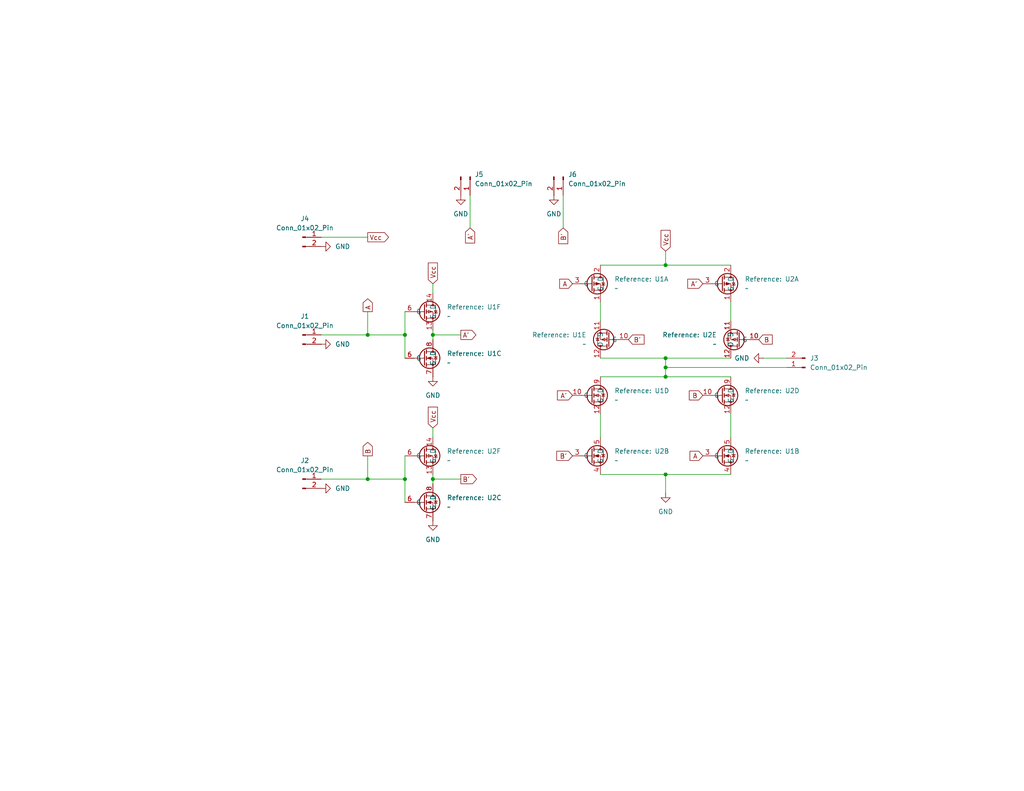
<source format=kicad_sch>
(kicad_sch (version 20250114) (generator "eeschema") (generator_version "9.0")
  (paper "USLetter")
  (title_block (title "XOR Gate Constructed with 12 MOSFETs Using 2 CD4007 ICs") (date "2025-12-30") (rev "1.0") (company "McMaster University ECE") (comment 1 "Yaohui Cai") (comment 2 "cai6@mcmaster.ca") (comment 3 "400365086"))
  (lib_symbols
    (symbol "Connector:Conn_01x02_Pin" (pin_names (offset 1.016) (hide yes))
      (property "Reference" "J" (at 0 2.54 0))
      (property "Value" "Conn_01x02_Pin" (at 0 -5.08 0))
      (symbol "Conn_01x02_Pin_1_1"
        (rectangle (start 0.8636 0.127) (end 0 -0.127) (stroke (width 0.1524)) (fill (type outline)))
        (rectangle (start 0.8636 -2.413) (end 0 -2.667) (stroke (width 0.1524)) (fill (type outline)))
        (polyline (pts (xy 1.27 0) (xy 0.8636 0)) (stroke (width 0.1524)))
        (polyline (pts (xy 1.27 -2.54) (xy 0.8636 -2.54)) (stroke (width 0.1524)))
        (pin passive line (at 5.08 0 180) (length 3.81) (name "Pin_1") (number "1"))
        (pin passive line (at 5.08 -2.54 180) (length 3.81) (name "Pin_2") (number "2"))
      )
    )
    (symbol "Transistor_FET:CD4007"
      (property "Reference" "U" (at 0.762 4.826 0) (show_name))
      (symbol "CD4007_1_1"
        (polyline (pts (xy -2.54 -8.89) (xy 0 -8.89) (xy 0 -7.112)))
        (circle (center -1.778 -8.89) (radius 0.254) (fill (type outline)))
        (polyline (pts (xy -1.27 -7.112) (xy -2.286 -7.112)) (stroke (width 0.254)))
        (polyline (pts (xy -0.508 -9.144) (xy -0.381 -9.271) (xy -0.381 -10.033) (xy -0.254 -10.16)))
        (polyline (pts (xy -0.381 -9.652) (xy 0.254 -9.271) (xy 0.254 -10.033) (xy -0.381 -9.652)))
        (polyline (pts (xy 0 -6.604) (xy 0 -3.81)))
        (circle (center 0 -8.001) (radius 2.794) (stroke (width 0.254)))
        (polyline (pts (xy 0 -8.636) (xy 0.381 -7.62) (xy -0.381 -7.62) (xy 0 -8.636)) (fill (type outline)))
        (polyline (pts (xy 0.508 -7.112) (xy -0.508 -7.112)) (stroke (width 0.254)))
        (polyline (pts (xy 1.778 -7.112) (xy 1.778 -9.652) (xy -1.778 -9.652) (xy -1.778 -7.112)))
        (circle (center 1.778 -8.89) (radius 0.254) (fill (type outline)))
        (polyline (pts (xy 1.905 -6.604) (xy -1.905 -6.604)) (stroke (width 0.254)))
        (polyline (pts (xy 2.286 -7.112) (xy 1.27 -7.112)) (stroke (width 0.254)))
        (polyline (pts (xy 2.54 -8.89) (xy 1.778 -8.89)))
        (pin passive line (at -5.08 -8.89 0) (length 2.54) (name "S") (number "1"))
        (pin input line (at 0 -1.27 270) (length 2.54) (name "G") (number "3"))
        (pin passive line (at 5.08 -8.89 180) (length 2.54) (name "D") (number "2"))
      )
      (symbol "CD4007_2_1"
        (polyline (pts (xy -1.905 -10.795) (xy 0.635 -10.795) (xy 0.635 -9.017)))
        (polyline (pts (xy -1.143 -9.017) (xy -1.143 -11.557) (xy 2.413 -11.557) (xy 2.413 -9.017)))
        (circle (center -1.143 -10.795) (radius 0.254) (fill (type outline)))
        (polyline (pts (xy -0.635 -9.017) (xy -1.651 -9.017)) (stroke (width 0.254)))
        (polyline (pts (xy 0.635 -8.509) (xy 0.635 -5.715)))
        (polyline (pts (xy 0.635 -9.271) (xy 1.016 -10.287) (xy 0.254 -10.287) (xy 0.635 -9.271)) (fill (type outline)))
        (circle (center 0.635 -9.906) (radius 2.794) (stroke (width 0.254)))
        (polyline (pts (xy 1.016 -11.557) (xy 0.381 -11.176) (xy 0.381 -11.938) (xy 1.016 -11.557)))
        (polyline (pts (xy 1.143 -9.017) (xy 0.127 -9.017)) (stroke (width 0.254)))
        (polyline (pts (xy 1.143 -11.049) (xy 1.016 -11.176) (xy 1.016 -11.938) (xy 0.889 -12.065)))
        (circle (center 2.413 -10.795) (radius 0.254) (fill (type outline)))
        (polyline (pts (xy 2.54 -8.509) (xy -1.27 -8.509)) (stroke (width 0.254)))
        (polyline (pts (xy 2.921 -9.017) (xy 1.905 -9.017)) (stroke (width 0.254)))
        (polyline (pts (xy 3.175 -10.795) (xy 2.413 -10.795)))
        (pin passive line (at -4.445 -10.795 0) (length 2.54) (name "S") (number "4"))
        (pin input line (at 0.635 -3.175 270) (length 2.54) (name "G") (number "3"))
        (pin passive line (at 5.715 -10.795 180) (length 2.54) (name "D") (number "5"))
      )
      (symbol "CD4007_3_1"
        (polyline (pts (xy 14.224 -12.065) (xy 14.224 -15.875)) (stroke (width 0.254)))
        (polyline (pts (xy 14.224 -13.97) (xy 11.43 -13.97)))
        (polyline (pts (xy 14.732 -11.684) (xy 14.732 -12.7)) (stroke (width 0.254)))
        (polyline (pts (xy 14.732 -13.462) (xy 14.732 -14.478)) (stroke (width 0.254)))
        (polyline (pts (xy 14.732 -15.24) (xy 14.732 -16.256)) (stroke (width 0.254)))
        (polyline (pts (xy 14.732 -15.748) (xy 17.272 -15.748) (xy 17.272 -12.192) (xy 14.732 -12.192)))
        (polyline (pts (xy 14.986 -13.97) (xy 16.002 -13.589) (xy 16.002 -14.351) (xy 14.986 -13.97)) (fill (type outline)))
        (circle (center 15.621 -13.97) (radius 2.794) (stroke (width 0.254)))
        (polyline (pts (xy 16.51 -11.43) (xy 16.51 -12.192)))
        (circle (center 16.51 -12.192) (radius 0.254) (fill (type outline)))
        (circle (center 16.51 -15.748) (radius 0.254) (fill (type outline)))
        (polyline (pts (xy 16.51 -16.51) (xy 16.51 -13.97) (xy 14.732 -13.97)))
        (polyline (pts (xy 16.764 -13.462) (xy 16.891 -13.589) (xy 17.653 -13.589) (xy 17.78 -13.716)))
        (polyline (pts (xy 17.272 -13.589) (xy 16.891 -14.224) (xy 17.653 -14.224) (xy 17.272 -13.589)))
        (pin input line (at 8.89 -13.97 0) (length 2.54) (name "G") (number "6"))
        (pin passive line (at 16.51 -8.89 270) (length 2.54) (name "D") (number "8"))
        (pin passive line (at 16.51 -19.05 90) (length 2.54) (name "S") (number "7"))
      )
      (symbol "CD4007_4_1"
        (polyline (pts (xy -1.27 -12.7) (xy 1.27 -12.7) (xy 1.27 -10.922)))
        (polyline (pts (xy -0.508 -10.922) (xy -0.508 -13.462) (xy 3.048 -13.462) (xy 3.048 -10.922)))
        (circle (center -0.508 -12.7) (radius 0.254))
        (polyline (pts (xy 0 -10.922) (xy -1.016 -10.922)) (stroke (width 0.254)))
        (polyline (pts (xy 1.27 -10.414) (xy 1.27 -7.62)))
        (polyline (pts (xy 1.27 -11.176) (xy 1.651 -12.192) (xy 0.889 -12.192) (xy 1.27 -11.176)))
        (circle (center 1.27 -11.811) (radius 2.794) (stroke (width 0.254)))
        (polyline (pts (xy 1.651 -13.462) (xy 1.016 -13.081) (xy 1.016 -13.843) (xy 1.651 -13.462)))
        (polyline (pts (xy 1.778 -10.922) (xy 0.762 -10.922)) (stroke (width 0.254)))
        (polyline (pts (xy 1.778 -12.954) (xy 1.651 -13.081) (xy 1.651 -13.843) (xy 1.524 -13.97)))
        (circle (center 3.048 -12.7) (radius 0.254))
        (polyline (pts (xy 3.175 -10.414) (xy -0.635 -10.414)) (stroke (width 0.254)))
        (polyline (pts (xy 3.556 -10.922) (xy 2.54 -10.922)) (stroke (width 0.254)))
        (polyline (pts (xy 3.81 -12.7) (xy 3.048 -12.7)))
        (pin passive line (at -3.81 -12.7 0) (length 2.54) (name "S") (number "12"))
        (pin input line (at 1.27 -5.08 270) (length 2.54) (name "G") (number "10"))
        (pin passive line (at 6.35 -12.7 180) (length 2.54) (name "D") (number "9"))
      )
      (symbol "CD4007_5_1"
        (polyline (pts (xy -21.59 -8.89) (xy -20.828 -8.89)))
        (polyline (pts (xy -21.336 -10.668) (xy -20.32 -10.668)) (stroke (width 0.254)))
        (polyline (pts (xy -20.955 -11.176) (xy -17.145 -11.176)) (stroke (width 0.254)))
        (circle (center -20.828 -8.89) (radius 0.254))
        (polyline (pts (xy -20.828 -10.668) (xy -20.828 -8.128) (xy -17.272 -8.128) (xy -17.272 -10.668)))
        (polyline (pts (xy -19.558 -10.668) (xy -18.542 -10.668)) (stroke (width 0.254)))
        (polyline (pts (xy -19.05 -9.144) (xy -19.431 -10.16) (xy -18.669 -10.16) (xy -19.05 -9.144)))
        (circle (center -19.05 -9.779) (radius 2.794) (stroke (width 0.254)))
        (polyline (pts (xy -19.05 -11.176) (xy -19.05 -13.97)))
        (polyline (pts (xy -18.669 -8.128) (xy -19.304 -8.509) (xy -19.304 -7.747) (xy -18.669 -8.128)))
        (polyline (pts (xy -18.542 -8.636) (xy -18.669 -8.509) (xy -18.669 -7.747) (xy -18.796 -7.62)))
        (polyline (pts (xy -17.78 -10.668) (xy -16.764 -10.668)) (stroke (width 0.254)))
        (circle (center -17.272 -8.89) (radius 0.254))
        (polyline (pts (xy -16.51 -8.89) (xy -19.05 -8.89) (xy -19.05 -10.668)))
        (pin passive line (at -24.13 -8.89 0) (length 2.54) (name "D") (number "12"))
        (pin input line (at -19.05 -16.51 90) (length 2.54) (name "G") (number "10"))
        (pin passive line (at -13.97 -8.89 180) (length 2.54) (name "S") (number "11"))
      )
      (symbol "CD4007_6_1"
        (polyline (pts (xy -36.83 -6.35) (xy -36.068 -6.35)))
        (polyline (pts (xy -36.576 -8.128) (xy -35.56 -8.128)) (stroke (width 0.254)))
        (polyline (pts (xy -36.195 -8.636) (xy -32.385 -8.636)) (stroke (width 0.254)))
        (circle (center -36.068 -6.35) (radius 0.254))
        (polyline (pts (xy -36.068 -8.128) (xy -36.068 -5.588) (xy -32.512 -5.588) (xy -32.512 -8.128)))
        (polyline (pts (xy -34.798 -8.128) (xy -33.782 -8.128)) (stroke (width 0.254)))
        (polyline (pts (xy -34.29 -6.604) (xy -34.671 -7.62) (xy -33.909 -7.62) (xy -34.29 -6.604)))
        (circle (center -34.29 -7.239) (radius 2.794) (stroke (width 0.254)))
        (polyline (pts (xy -34.29 -8.636) (xy -34.29 -11.43)))
        (polyline (pts (xy -33.909 -5.588) (xy -34.544 -5.969) (xy -34.544 -5.207) (xy -33.909 -5.588)))
        (polyline (pts (xy -33.782 -6.096) (xy -33.909 -5.969) (xy -33.909 -5.207) (xy -34.036 -5.08)))
        (polyline (pts (xy -33.02 -8.128) (xy -32.004 -8.128)) (stroke (width 0.254)))
        (circle (center -32.512 -6.35) (radius 0.254))
        (polyline (pts (xy -31.75 -6.35) (xy -34.29 -6.35) (xy -34.29 -8.128)))
        (pin passive line (at -39.37 -6.35 0) (length 2.54) (name "D") (number "14"))
        (pin input line (at -34.29 -13.97 90) (length 2.54) (name "G") (number "6"))
        (pin passive line (at -29.21 -6.35 180) (length 2.54) (name "S") (number "13"))
      )
    )
    (symbol "power:GND" (power) (pin_numbers (hide yes)) (pin_names (offset 0) (hide yes))
      (property "Value" "GND" (at 0 -3.81 0))
      (symbol "GND_0_1"
        (polyline (pts (xy 0 0) (xy 0 -1.27) (xy 1.27 -1.27) (xy 0 -2.54) (xy -1.27 -1.27) (xy 0 -1.27)))
      )
      (symbol "GND_1_1"
        (pin power_in line (at 0 0 270) (length 0) (name "~") (number "1"))
      )
    )
  )
  (junction (at 100.33 91.44))
  (junction (at 181.61 102.87))
  (junction (at 181.61 100.33))
  (junction (at 181.61 129.54))
  (junction (at 100.33 130.81))
  (junction (at 110.49 91.44))
  (junction (at 118.11 91.44))
  (junction (at 118.11 130.81))
  (junction (at 181.61 72.39))
  (junction (at 110.49 130.81))
  (junction (at 181.61 97.79))
  (wire (pts (xy 100.33 85.09) (xy 100.33 91.44)))
  (wire (pts (xy 118.11 90.17) (xy 118.11 91.44)))
  (wire (pts (xy 118.11 129.54) (xy 118.11 130.81)))
  (wire (pts (xy 181.61 129.54) (xy 199.39 129.54)))
  (wire (pts (xy 181.61 100.33) (xy 181.61 102.87)))
  (wire (pts (xy 125.73 130.81) (xy 118.11 130.81)))
  (wire (pts (xy 153.67 53.34) (xy 153.67 62.23)))
  (wire (pts (xy 87.63 91.44) (xy 100.33 91.44)))
  (wire (pts (xy 163.83 129.54) (xy 181.61 129.54)))
  (wire (pts (xy 118.11 130.81) (xy 118.11 132.08)))
  (wire (pts (xy 181.61 129.54) (xy 181.61 134.62)))
  (wire (pts (xy 118.11 116.84) (xy 118.11 119.38)))
  (wire (pts (xy 118.11 91.44) (xy 125.73 91.44)))
  (wire (pts (xy 181.61 102.87) (xy 199.39 102.87)))
  (wire (pts (xy 100.33 130.81) (xy 110.49 130.81)))
  (wire (pts (xy 208.28 97.79) (xy 214.63 97.79)))
  (wire (pts (xy 181.61 97.79) (xy 181.61 100.33)))
  (wire (pts (xy 163.83 97.79) (xy 181.61 97.79)))
  (wire (pts (xy 118.11 91.44) (xy 118.11 92.71)))
  (wire (pts (xy 110.49 130.81) (xy 110.49 137.16)))
  (wire (pts (xy 100.33 91.44) (xy 110.49 91.44)))
  (wire (pts (xy 110.49 85.09) (xy 110.49 91.44)))
  (wire (pts (xy 181.61 97.79) (xy 199.39 97.79)))
  (wire (pts (xy 87.63 64.77) (xy 100.33 64.77)))
  (wire (pts (xy 118.11 77.47) (xy 118.11 80.01)))
  (wire (pts (xy 199.39 113.03) (xy 199.39 119.38)))
  (wire (pts (xy 181.61 68.58) (xy 181.61 72.39)))
  (wire (pts (xy 110.49 124.46) (xy 110.49 130.81)))
  (wire (pts (xy 181.61 100.33) (xy 214.63 100.33)))
  (wire (pts (xy 163.83 82.55) (xy 163.83 87.63)))
  (wire (pts (xy 163.83 72.39) (xy 181.61 72.39)))
  (wire (pts (xy 128.27 53.34) (xy 128.27 62.23)))
  (wire (pts (xy 163.83 102.87) (xy 181.61 102.87)))
  (wire (pts (xy 181.61 72.39) (xy 199.39 72.39)))
  (wire (pts (xy 110.49 91.44) (xy 110.49 97.79)))
  (wire (pts (xy 163.83 113.03) (xy 163.83 119.38)))
  (wire (pts (xy 87.63 130.81) (xy 100.33 130.81)))
  (wire (pts (xy 199.39 82.55) (xy 199.39 87.63)))
  (wire (pts (xy 100.33 124.46) (xy 100.33 130.81)))
  (global_label "Vcc" (shape output) (at 100.33 64.77 0) (property "Intersheetrefs" "${INTERSHEET_REFS}" (effects (hide yes))))
  (global_label "A" (shape output) (at 100.33 85.09 90) (property "Intersheetrefs" "${INTERSHEET_REFS}" (effects (hide yes))))
  (global_label "B" (shape output) (at 100.33 124.46 90) (property "Intersheetrefs" "${INTERSHEET_REFS}" (effects (hide yes))))
  (global_label "B" (shape input) (at 191.77 107.95 180) (property "Intersheetrefs" "${INTERSHEET_REFS}" (effects (hide yes))))
  (global_label "A'" (shape input) (at 156.21 107.95 180) (property "Intersheetrefs" "${INTERSHEET_REFS}" (effects (hide yes))))
  (global_label "Vcc" (shape input) (at 118.11 116.84 90) (property "Intersheetrefs" "${INTERSHEET_REFS}" (effects (hide yes))))
  (global_label "B'" (shape output) (at 125.73 130.81 0) (property "Intersheetrefs" "${INTERSHEET_REFS}" (effects (hide yes))))
  (global_label "A" (shape input) (at 191.77 124.46 180) (property "Intersheetrefs" "${INTERSHEET_REFS}" (effects (hide yes))))
  (global_label "A'" (shape output) (at 125.73 91.44 0) (property "Intersheetrefs" "${INTERSHEET_REFS}" (effects (hide yes))))
  (global_label "A'" (shape input) (at 191.77 77.47 180) (property "Intersheetrefs" "${INTERSHEET_REFS}" (effects (hide yes))))
  (global_label "B'" (shape input) (at 153.67 62.23 270) (property "Intersheetrefs" "${INTERSHEET_REFS}" (effects (hide yes))))
  (global_label "A" (shape input) (at 156.21 77.47 180) (property "Intersheetrefs" "${INTERSHEET_REFS}" (effects (hide yes))))
  (global_label "Vcc" (shape input) (at 181.61 68.58 90) (property "Intersheetrefs" "${INTERSHEET_REFS}" (effects (hide yes))))
  (global_label "B'" (shape input) (at 171.45 92.71 0) (property "Intersheetrefs" "${INTERSHEET_REFS}" (effects (hide yes))))
  (global_label "B'" (shape input) (at 156.21 124.46 180) (property "Intersheetrefs" "${INTERSHEET_REFS}" (effects (hide yes))))
  (global_label "Vcc" (shape input) (at 118.11 77.47 90) (property "Intersheetrefs" "${INTERSHEET_REFS}" (effects (hide yes))))
  (global_label "B" (shape input) (at 207.01 92.71 0) (property "Intersheetrefs" "${INTERSHEET_REFS}" (effects (hide yes))))
  (global_label "A'" (shape input) (at 128.27 62.23 270) (property "Intersheetrefs" "${INTERSHEET_REFS}" (effects (hide yes))))
  (symbol (lib_id "power:GND") (at 151.13 53.34 0) (unit 1)
    (property "Reference" "#PWR09" (effects (hide yes)))
    (property "Value" "GND" (at 151.13 58.42 0))
    (property "Description" "Power symbol creates a global label with name \"GND\" , ground" (effects (hide yes)))
  )
  (symbol (lib_id "power:GND") (at 125.73 53.34 0) (unit 1)
    (property "Reference" "#PWR08" (effects (hide yes)))
    (property "Value" "GND" (at 125.73 58.42 0))
    (property "Description" "Power symbol creates a global label with name \"GND\" , ground" (effects (hide yes)))
  )
  (symbol (lib_id "Transistor_FET:CD4007") (at 154.94 77.47 90) (unit 1)
    (property "Reference" "U1" (at 167.64 76.1999 90) (show_name yes) (effects (justify right)))
    (property "Value" "~" (at 167.64 78.7399 90) (effects (justify right)))
    (property "Footprint" "Package_DIP:DIP-14_W7.62mm" (effects (hide yes)))
    (property "Datasheet" "https://www.ti.com/lit/ds/symlink/cd4007ub.pdf?ts=1767048465060&ref_url=https%253A%252F%252Fwww.ti.com%252Fproduct%252FCD4007UB%253Futm_source%253Dgoogle%2526utm_medium%253Dcpc%2526utm_campaign%253Dasc-null-null-GPN_EN-cpc-pf-google-ww_en_cons%2526utm_content%253DCD4007UB%2526ds_k%253DCD4007UB%2526DCM%253Dyes%2526gclsrc%253Daw.ds%2526gad_source%253D1%2526gad_campaignid%253D14388345080%2526gbraid%253D0AAAAAC068F3Q3OqmVWhQail3HMIt-IDMx%2526gclid%253DCj0KCQiA6sjKBhCSARIsAJvYcpNocxaiWdA8hgg5xCEBwxo3lQewBTBPS7z7e3YhaL9WONj1dw2RJ5MaAkB-EALw_wcB" (effects (hide yes)))
  )
  (symbol (lib_id "power:GND") (at 118.11 102.87 0) (unit 1)
    (property "Reference" "#PWR01" (effects (hide yes)))
    (property "Value" "GND" (at 118.11 107.95 0))
    (property "Description" "Power symbol creates a global label with name \"GND\" , ground" (effects (hide yes)))
  )
  (symbol (lib_id "Transistor_FET:CD4007") (at 190.5 73.66 90) (unit 5)
    (property "Reference" "U2" (at 195.58 91.4399 90) (show_name yes) (effects (justify left)))
    (property "Value" "~" (at 195.58 93.9799 90) (effects (justify left)))
    (property "Footprint" "Package_DIP:DIP-14_W7.62mm" (effects (hide yes)))
    (property "Datasheet" "https://www.ti.com/lit/ds/symlink/cd4007ub.pdf?ts=1767048465060&ref_url=https%253A%252F%252Fwww.ti.com%252Fproduct%252FCD4007UB%253Futm_source%253Dgoogle%2526utm_medium%253Dcpc%2526utm_campaign%253Dasc-null-null-GPN_EN-cpc-pf-google-ww_en_cons%2526utm_content%253DCD4007UB%2526ds_k%253DCD4007UB%2526DCM%253Dyes%2526gclsrc%253Daw.ds%2526gad_source%253D1%2526gad_campaignid%253D14388345080%2526gbraid%253D0AAAAAC068F3Q3OqmVWhQail3HMIt-IDMx%2526gclid%253DCj0KCQiA6sjKBhCSARIsAJvYcpNocxaiWdA8hgg5xCEBwxo3lQewBTBPS7z7e3YhaL9WONj1dw2RJ5MaAkB-EALw_wcB" (effects (hide yes)))
  )
  (symbol (lib_id "Transistor_FET:CD4007") (at 186.69 109.22 90) (unit 4)
    (property "Reference" "U2" (at 203.2 106.6799 90) (show_name yes) (effects (justify right)))
    (property "Value" "~" (at 203.2 109.2199 90) (effects (justify right)))
    (property "Footprint" "Package_DIP:DIP-14_W7.62mm" (effects (hide yes)))
    (property "Datasheet" "https://www.ti.com/lit/ds/symlink/cd4007ub.pdf?ts=1767048465060&ref_url=https%253A%252F%252Fwww.ti.com%252Fproduct%252FCD4007UB%253Futm_source%253Dgoogle%2526utm_medium%253Dcpc%2526utm_campaign%253Dasc-null-null-GPN_EN-cpc-pf-google-ww_en_cons%2526utm_content%253DCD4007UB%2526ds_k%253DCD4007UB%2526DCM%253Dyes%2526gclsrc%253Daw.ds%2526gad_source%253D1%2526gad_campaignid%253D14388345080%2526gbraid%253D0AAAAAC068F3Q3OqmVWhQail3HMIt-IDMx%2526gclid%253DCj0KCQiA6sjKBhCSARIsAJvYcpNocxaiWdA8hgg5xCEBwxo3lQewBTBPS7z7e3YhaL9WONj1dw2RJ5MaAkB-EALw_wcB" (effects (hide yes)))
  )
  (symbol (lib_id "Connector:Conn_01x02_Pin") (at 128.27 48.26 270) (unit 1)
    (property "Reference" "J5" (at 129.54 47.6249 90) (effects (justify left)))
    (property "Value" "Conn_01x02_Pin" (at 129.54 50.1649 90) (effects (justify left)))
    (property "Footprint" "Connector_PinHeader_2.00mm:PinHeader_1x02_P2.00mm_Vertical" (effects (hide yes)))
    (property "Description" "Generic connector, single row, 01x02, script generated" (effects (hide yes)))
  )
  (symbol (lib_id "Connector:Conn_01x02_Pin") (at 82.55 130.81 0) (unit 1)
    (property "Reference" "J2" (at 83.185 125.73 0))
    (property "Value" "Conn_01x02_Pin" (at 83.185 128.27 0))
    (property "Footprint" "Connector_PinHeader_2.00mm:PinHeader_1x02_P2.00mm_Vertical" (effects (hide yes)))
    (property "Description" "Generic connector, single row, 01x02, script generated" (effects (hide yes)))
  )
  (symbol (lib_id "Connector:Conn_01x02_Pin") (at 153.67 48.26 270) (unit 1)
    (property "Reference" "J6" (at 155.0259 47.6249 90) (effects (justify left)))
    (property "Value" "Conn_01x02_Pin" (at 155.0259 50.1649 90) (effects (justify left)))
    (property "Footprint" "Connector_PinHeader_2.00mm:PinHeader_1x02_P2.00mm_Vertical" (effects (hide yes)))
    (property "Description" "Generic connector, single row, 01x02, script generated" (effects (hide yes)))
  )
  (symbol (lib_id "Transistor_FET:CD4007") (at 101.6 83.82 0) (unit 3)
    (property "Reference" "U1" (at 121.92 96.5199 0) (show_name yes) (effects (justify left)))
    (property "Value" "~" (at 121.92 99.0599 0) (effects (justify left)))
    (property "Footprint" "Package_DIP:DIP-14_W7.62mm" (effects (hide yes)))
    (property "Datasheet" "https://www.ti.com/lit/ds/symlink/cd4007ub.pdf?ts=1767048465060&ref_url=https%253A%252F%252Fwww.ti.com%252Fproduct%252FCD4007UB%253Futm_source%253Dgoogle%2526utm_medium%253Dcpc%2526utm_campaign%253Dasc-null-null-GPN_EN-cpc-pf-google-ww_en_cons%2526utm_content%253DCD4007UB%2526ds_k%253DCD4007UB%2526DCM%253Dyes%2526gclsrc%253Daw.ds%2526gad_source%253D1%2526gad_campaignid%253D14388345080%2526gbraid%253D0AAAAAC068F3Q3OqmVWhQail3HMIt-IDMx%2526gclid%253DCj0KCQiA6sjKBhCSARIsAJvYcpNocxaiWdA8hgg5xCEBwxo3lQewBTBPS7z7e3YhaL9WONj1dw2RJ5MaAkB-EALw_wcB" (effects (hide yes)))
  )
  (symbol (lib_id "power:GND") (at 208.28 97.79 270) (unit 1)
    (property "Reference" "#PWR03" (effects (hide yes)))
    (property "Value" "GND" (at 204.47 97.7899 90) (effects (justify right)))
    (property "Description" "Power symbol creates a global label with name \"GND\" , ground" (effects (hide yes)))
  )
  (symbol (lib_id "Transistor_FET:CD4007") (at 154.94 73.66 90) (unit 5)
    (property "Reference" "U1" (at 160.02 91.4399 90) (show_name yes) (effects (justify left)))
    (property "Value" "~" (at 160.02 93.9799 90) (effects (justify left)))
    (property "Footprint" "Package_DIP:DIP-14_W7.62mm" (effects (hide yes)))
    (property "Datasheet" "https://www.ti.com/lit/ds/symlink/cd4007ub.pdf?ts=1767048465060&ref_url=https%253A%252F%252Fwww.ti.com%252Fproduct%252FCD4007UB%253Futm_source%253Dgoogle%2526utm_medium%253Dcpc%2526utm_campaign%253Dasc-null-null-GPN_EN-cpc-pf-google-ww_en_cons%2526utm_content%253DCD4007UB%2526ds_k%253DCD4007UB%2526DCM%253Dyes%2526gclsrc%253Daw.ds%2526gad_source%253D1%2526gad_campaignid%253D14388345080%2526gbraid%253D0AAAAAC068F3Q3OqmVWhQail3HMIt-IDMx%2526gclid%253DCj0KCQiA6sjKBhCSARIsAJvYcpNocxaiWdA8hgg5xCEBwxo3lQewBTBPS7z7e3YhaL9WONj1dw2RJ5MaAkB-EALw_wcB" (effects (hide yes)))
  )
  (symbol (lib_id "Transistor_FET:CD4007") (at 124.46 119.38 270) (unit 6)
    (property "Reference" "U1" (at 121.92 83.8199 90) (show_name yes) (effects (justify left)))
    (property "Value" "~" (at 121.92 86.3599 90) (effects (justify left)))
    (property "Footprint" "Package_DIP:DIP-14_W7.62mm" (effects (hide yes)))
    (property "Datasheet" "https://www.ti.com/lit/ds/symlink/cd4007ub.pdf?ts=1767048465060&ref_url=https%253A%252F%252Fwww.ti.com%252Fproduct%252FCD4007UB%253Futm_source%253Dgoogle%2526utm_medium%253Dcpc%2526utm_campaign%253Dasc-null-null-GPN_EN-cpc-pf-google-ww_en_cons%2526utm_content%253DCD4007UB%2526ds_k%253DCD4007UB%2526DCM%253Dyes%2526gclsrc%253Daw.ds%2526gad_source%253D1%2526gad_campaignid%253D14388345080%2526gbraid%253D0AAAAAC068F3Q3OqmVWhQail3HMIt-IDMx%2526gclid%253DCj0KCQiA6sjKBhCSARIsAJvYcpNocxaiWdA8hgg5xCEBwxo3lQewBTBPS7z7e3YhaL9WONj1dw2RJ5MaAkB-EALw_wcB" (effects (hide yes)))
  )
  (symbol (lib_id "Transistor_FET:CD4007") (at 151.13 109.22 90) (unit 4)
    (property "Reference" "U1" (at 167.64 106.6799 90) (show_name yes) (effects (justify right)))
    (property "Value" "~" (at 167.64 109.2199 90) (effects (justify right)))
    (property "Footprint" "Package_DIP:DIP-14_W7.62mm" (effects (hide yes)))
    (property "Datasheet" "https://www.ti.com/lit/ds/symlink/cd4007ub.pdf?ts=1767048465060&ref_url=https%253A%252F%252Fwww.ti.com%252Fproduct%252FCD4007UB%253Futm_source%253Dgoogle%2526utm_medium%253Dcpc%2526utm_campaign%253Dasc-null-null-GPN_EN-cpc-pf-google-ww_en_cons%2526utm_content%253DCD4007UB%2526ds_k%253DCD4007UB%2526DCM%253Dyes%2526gclsrc%253Daw.ds%2526gad_source%253D1%2526gad_campaignid%253D14388345080%2526gbraid%253D0AAAAAC068F3Q3OqmVWhQail3HMIt-IDMx%2526gclid%253DCj0KCQiA6sjKBhCSARIsAJvYcpNocxaiWdA8hgg5xCEBwxo3lQewBTBPS7z7e3YhaL9WONj1dw2RJ5MaAkB-EALw_wcB" (effects (hide yes)))
  )
  (symbol (lib_id "power:GND") (at 87.63 93.98 90) (unit 1)
    (property "Reference" "#PWR04" (effects (hide yes)))
    (property "Value" "GND" (at 91.44 93.9799 90) (effects (justify right)))
    (property "Description" "Power symbol creates a global label with name \"GND\" , ground" (effects (hide yes)))
  )
  (symbol (lib_id "Transistor_FET:CD4007") (at 188.595 125.095 90) (unit 2)
    (property "Reference" "U1" (at 203.2 123.1899 90) (show_name yes) (effects (justify right)))
    (property "Value" "~" (at 203.2 125.7299 90) (effects (justify right)))
    (property "Footprint" "Package_DIP:DIP-14_W7.62mm" (effects (hide yes)))
    (property "Datasheet" "https://www.ti.com/lit/ds/symlink/cd4007ub.pdf?ts=1767048465060&ref_url=https%253A%252F%252Fwww.ti.com%252Fproduct%252FCD4007UB%253Futm_source%253Dgoogle%2526utm_medium%253Dcpc%2526utm_campaign%253Dasc-null-null-GPN_EN-cpc-pf-google-ww_en_cons%2526utm_content%253DCD4007UB%2526ds_k%253DCD4007UB%2526DCM%253Dyes%2526gclsrc%253Daw.ds%2526gad_source%253D1%2526gad_campaignid%253D14388345080%2526gbraid%253D0AAAAAC068F3Q3OqmVWhQail3HMIt-IDMx%2526gclid%253DCj0KCQiA6sjKBhCSARIsAJvYcpNocxaiWdA8hgg5xCEBwxo3lQewBTBPS7z7e3YhaL9WONj1dw2RJ5MaAkB-EALw_wcB" (effects (hide yes)))
  )
  (symbol (lib_id "power:GND") (at 181.61 134.62 0) (unit 1)
    (property "Reference" "#PWR07" (effects (hide yes)))
    (property "Value" "GND" (at 181.61 139.7 0))
    (property "Description" "Power symbol creates a global label with name \"GND\" , ground" (effects (hide yes)))
  )
  (symbol (lib_id "power:GND") (at 87.63 67.31 90) (unit 1)
    (property "Reference" "#PWR06" (effects (hide yes)))
    (property "Value" "GND" (at 91.44 67.3099 90) (effects (justify right)))
    (property "Description" "Power symbol creates a global label with name \"GND\" , ground" (effects (hide yes)))
  )
  (symbol (lib_id "power:GND") (at 87.63 133.35 90) (unit 1)
    (property "Reference" "#PWR05" (effects (hide yes)))
    (property "Value" "GND" (at 91.44 133.3499 90) (effects (justify right)))
    (property "Description" "Power symbol creates a global label with name \"GND\" , ground" (effects (hide yes)))
  )
  (symbol (lib_id "Transistor_FET:CD4007") (at 190.5 77.47 90) (unit 1)
    (property "Reference" "U2" (at 203.2 76.1999 90) (show_name yes) (effects (justify right)))
    (property "Value" "~" (at 203.2 78.7399 90) (effects (justify right)))
    (property "Footprint" "Package_DIP:DIP-14_W7.62mm" (effects (hide yes)))
    (property "Datasheet" "https://www.ti.com/lit/ds/symlink/cd4007ub.pdf?ts=1767048465060&ref_url=https%253A%252F%252Fwww.ti.com%252Fproduct%252FCD4007UB%253Futm_source%253Dgoogle%2526utm_medium%253Dcpc%2526utm_campaign%253Dasc-null-null-GPN_EN-cpc-pf-google-ww_en_cons%2526utm_content%253DCD4007UB%2526ds_k%253DCD4007UB%2526DCM%253Dyes%2526gclsrc%253Daw.ds%2526gad_source%253D1%2526gad_campaignid%253D14388345080%2526gbraid%253D0AAAAAC068F3Q3OqmVWhQail3HMIt-IDMx%2526gclid%253DCj0KCQiA6sjKBhCSARIsAJvYcpNocxaiWdA8hgg5xCEBwxo3lQewBTBPS7z7e3YhaL9WONj1dw2RJ5MaAkB-EALw_wcB" (effects (hide yes)))
  )
  (symbol (lib_id "Connector:Conn_01x02_Pin") (at 82.55 91.44 0) (unit 1)
    (property "Reference" "J1" (at 83.185 86.36 0))
    (property "Value" "Conn_01x02_Pin" (at 83.185 88.9 0))
    (property "Footprint" "Connector_PinHeader_2.00mm:PinHeader_1x02_P2.00mm_Vertical" (effects (hide yes)))
    (property "Description" "Generic connector, single row, 01x02, script generated" (effects (hide yes)))
  )
  (symbol (lib_id "Transistor_FET:CD4007") (at 124.46 158.75 270) (unit 6)
    (property "Reference" "U2" (at 121.92 123.1899 90) (show_name yes) (effects (justify left)))
    (property "Value" "~" (at 121.92 125.7299 90) (effects (justify left)))
    (property "Footprint" "Package_DIP:DIP-14_W7.62mm" (effects (hide yes)))
    (property "Datasheet" "https://www.ti.com/lit/ds/symlink/cd4007ub.pdf?ts=1767048465060&ref_url=https%253A%252F%252Fwww.ti.com%252Fproduct%252FCD4007UB%253Futm_source%253Dgoogle%2526utm_medium%253Dcpc%2526utm_campaign%253Dasc-null-null-GPN_EN-cpc-pf-google-ww_en_cons%2526utm_content%253DCD4007UB%2526ds_k%253DCD4007UB%2526DCM%253Dyes%2526gclsrc%253Daw.ds%2526gad_source%253D1%2526gad_campaignid%253D14388345080%2526gbraid%253D0AAAAAC068F3Q3OqmVWhQail3HMIt-IDMx%2526gclid%253DCj0KCQiA6sjKBhCSARIsAJvYcpNocxaiWdA8hgg5xCEBwxo3lQewBTBPS7z7e3YhaL9WONj1dw2RJ5MaAkB-EALw_wcB" (effects (hide yes)))
  )
  (symbol (lib_id "Connector:Conn_01x02_Pin") (at 219.71 100.33 180) (unit 1)
    (property "Reference" "J3" (at 220.98 97.7899 0) (effects (justify right)))
    (property "Value" "Conn_01x02_Pin" (at 220.98 100.3299 0) (effects (justify right)))
    (property "Footprint" "Connector_PinHeader_2.00mm:PinHeader_1x02_P2.00mm_Vertical" (effects (hide yes)))
    (property "Description" "Generic connector, single row, 01x02, script generated" (effects (hide yes)))
  )
  (symbol (lib_id "Transistor_FET:CD4007") (at 101.6 123.19 0) (unit 3)
    (property "Reference" "U2" (at 121.92 135.8899 0) (show_name yes) (effects (justify left)))
    (property "Value" "~" (at 121.92 138.4299 0) (effects (justify left)))
    (property "Footprint" "Package_DIP:DIP-14_W7.62mm" (effects (hide yes)))
    (property "Datasheet" "https://www.ti.com/lit/ds/symlink/cd4007ub.pdf?ts=1767048465060&ref_url=https%253A%252F%252Fwww.ti.com%252Fproduct%252FCD4007UB%253Futm_source%253Dgoogle%2526utm_medium%253Dcpc%2526utm_campaign%253Dasc-null-null-GPN_EN-cpc-pf-google-ww_en_cons%2526utm_content%253DCD4007UB%2526ds_k%253DCD4007UB%2526DCM%253Dyes%2526gclsrc%253Daw.ds%2526gad_source%253D1%2526gad_campaignid%253D14388345080%2526gbraid%253D0AAAAAC068F3Q3OqmVWhQail3HMIt-IDMx%2526gclid%253DCj0KCQiA6sjKBhCSARIsAJvYcpNocxaiWdA8hgg5xCEBwxo3lQewBTBPS7z7e3YhaL9WONj1dw2RJ5MaAkB-EALw_wcB" (effects (hide yes)))
  )
  (symbol (lib_id "Connector:Conn_01x02_Pin") (at 82.55 64.77 0) (unit 1)
    (property "Reference" "J4" (at 83.185 59.69 0))
    (property "Value" "Conn_01x02_Pin" (at 83.185 62.23 0))
    (property "Footprint" "Connector_PinHeader_2.00mm:PinHeader_1x02_P2.00mm_Vertical" (effects (hide yes)))
    (property "Description" "Generic connector, single row, 01x02, script generated" (effects (hide yes)))
  )
  (symbol (lib_id "power:GND") (at 118.11 142.24 0) (unit 1)
    (property "Reference" "#PWR02" (effects (hide yes)))
    (property "Value" "GND" (at 118.11 147.32 0))
    (property "Description" "Power symbol creates a global label with name \"GND\" , ground" (effects (hide yes)))
  )
  (symbol (lib_id "Transistor_FET:CD4007") (at 153.035 125.095 90) (unit 2)
    (property "Reference" "U2" (at 167.64 123.1899 90) (show_name yes) (effects (justify right)))
    (property "Value" "~" (at 167.64 125.7299 90) (effects (justify right)))
    (property "Footprint" "Package_DIP:DIP-14_W7.62mm" (effects (hide yes)))
    (property "Datasheet" "https://www.ti.com/lit/ds/symlink/cd4007ub.pdf?ts=1767048465060&ref_url=https%253A%252F%252Fwww.ti.com%252Fproduct%252FCD4007UB%253Futm_source%253Dgoogle%2526utm_medium%253Dcpc%2526utm_campaign%253Dasc-null-null-GPN_EN-cpc-pf-google-ww_en_cons%2526utm_content%253DCD4007UB%2526ds_k%253DCD4007UB%2526DCM%253Dyes%2526gclsrc%253Daw.ds%2526gad_source%253D1%2526gad_campaignid%253D14388345080%2526gbraid%253D0AAAAAC068F3Q3OqmVWhQail3HMIt-IDMx%2526gclid%253DCj0KCQiA6sjKBhCSARIsAJvYcpNocxaiWdA8hgg5xCEBwxo3lQewBTBPS7z7e3YhaL9WONj1dw2RJ5MaAkB-EALw_wcB" (effects (hide yes)))
  )
)
</source>
